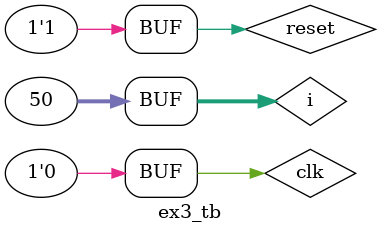
<source format=v>
module my_dff(input clk, input reset, input d, output reg q);
  always @(posedge clk or negedge reset) begin
    if(!reset)q<=1;
    else q<=d;
  end
endmodule

module ex3(input clk, input reset, output [5:0] q);
  
  
  generate
    genvar i;
    for(i=0;i<6;i=i+1) begin : loop
      if(i==2 || i==4 || i==5)my_dff ffs1(.clk(clk), .reset(reset), .d(q[5]^q[i-1]), .q(q[i]));
      else if(i==0)my_dff ffs2(.clk(clk), .reset(reset), .d(q[5]), .q(q[0]));
      else my_dff ffs3(.clk(clk), .reset(reset), .d(q[i-1]), .q(q[i]));
    end
  endgenerate
  
endmodule

module ex3_tb;
  reg clk, reset;
  wire [5:0] q;
  
  ex3 dut(
    .clk(clk),
    .reset(reset),
    .q(q));
    
    initial begin
      clk=0;
      reset=0;
    end
    
    integer i;
    initial begin
      for(i=0;i<50;i=i+1) begin
        #50 clk = ~clk;
      end
    end
    
    initial begin
      #25;
      reset=1;
    end
    
  endmodule
</source>
